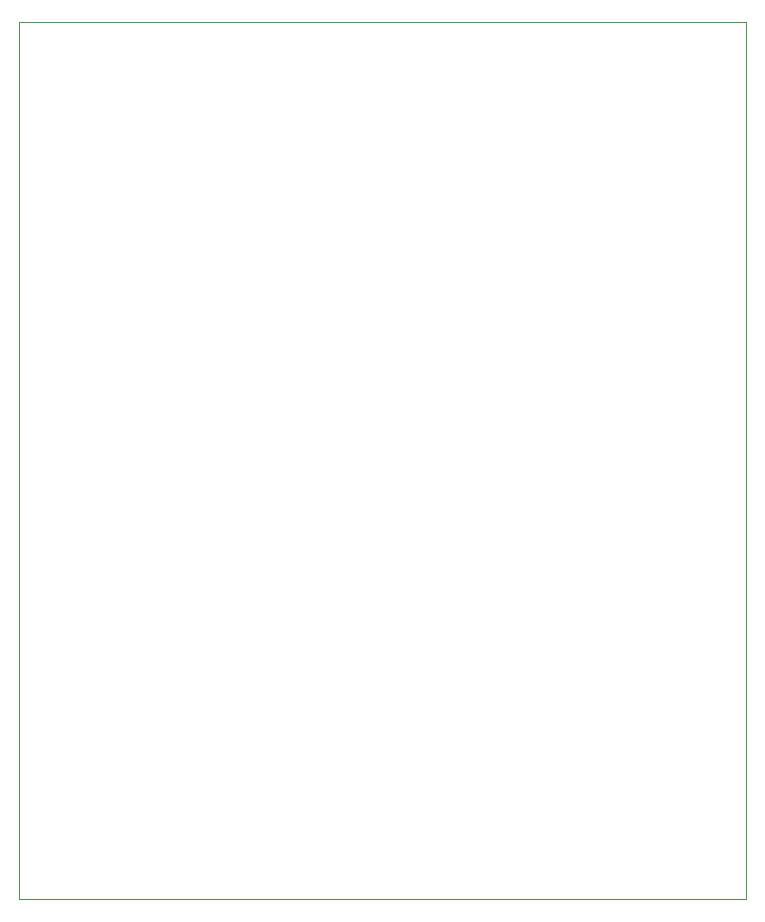
<source format=gm1>
G04 #@! TF.GenerationSoftware,KiCad,Pcbnew,5.0.1-33cea8e~67~ubuntu18.04.1*
G04 #@! TF.CreationDate,2018-10-21T17:35:32+02:00*
G04 #@! TF.ProjectId,CondorCabSim,436F6E646F7243616253696D2E6B6963,rev?*
G04 #@! TF.SameCoordinates,Original*
G04 #@! TF.FileFunction,Profile,NP*
%FSLAX46Y46*%
G04 Gerber Fmt 4.6, Leading zero omitted, Abs format (unit mm)*
G04 Created by KiCad (PCBNEW 5.0.1-33cea8e~67~ubuntu18.04.1) date Sun 21 Oct 2018 05:35:32 PM CEST*
%MOMM*%
%LPD*%
G01*
G04 APERTURE LIST*
%ADD10C,0.100000*%
G04 APERTURE END LIST*
D10*
X127000000Y-43815000D02*
X127000000Y-118110000D01*
X188595000Y-43815000D02*
X127000000Y-43815000D01*
X188595000Y-118110000D02*
X188595000Y-43815000D01*
X127000000Y-118110000D02*
X188595000Y-118110000D01*
M02*

</source>
